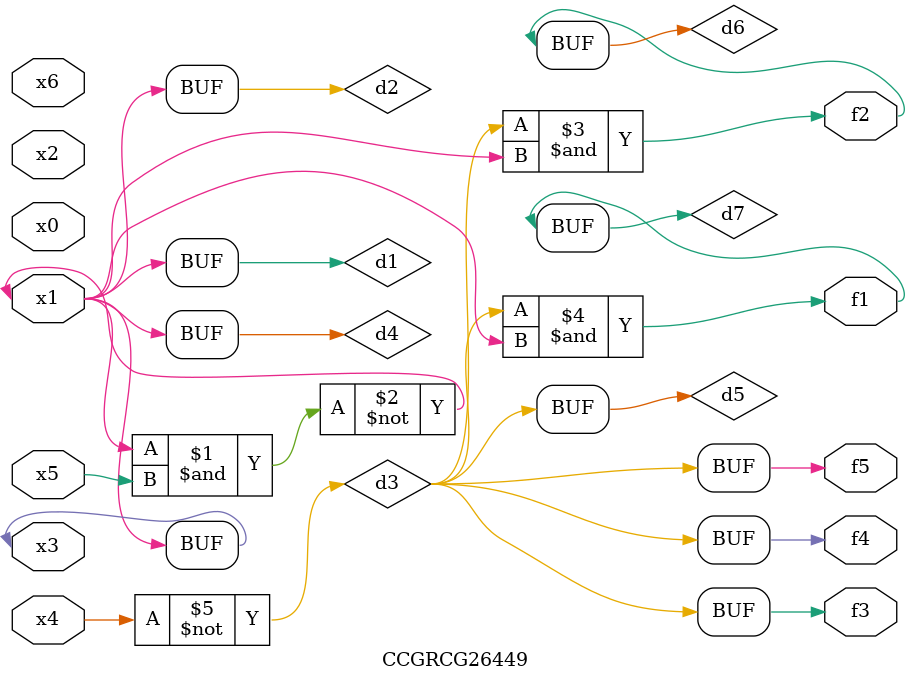
<source format=v>
module CCGRCG26449(
	input x0, x1, x2, x3, x4, x5, x6,
	output f1, f2, f3, f4, f5
);

	wire d1, d2, d3, d4, d5, d6, d7;

	buf (d1, x1, x3);
	nand (d2, x1, x5);
	not (d3, x4);
	buf (d4, d1, d2);
	buf (d5, d3);
	and (d6, d3, d4);
	and (d7, d3, d4);
	assign f1 = d7;
	assign f2 = d6;
	assign f3 = d5;
	assign f4 = d5;
	assign f5 = d5;
endmodule

</source>
